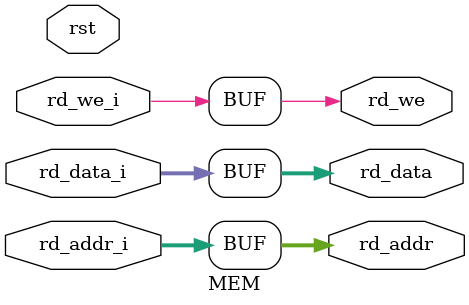
<source format=v>
`timescale 1ns/1ps
module MEM(
    input wire rst,

    input wire rd_we_i,
    input wire [4:0] rd_addr_i,
    input wire [31:0] rd_data_i,

    output wire rd_we,
    output wire [4:0] rd_addr,
    output wire [31:0] rd_data
);
    assign rd_we = rd_we_i;
    assign rd_addr = rd_addr_i;
    assign rd_data = rd_data_i;

endmodule
</source>
